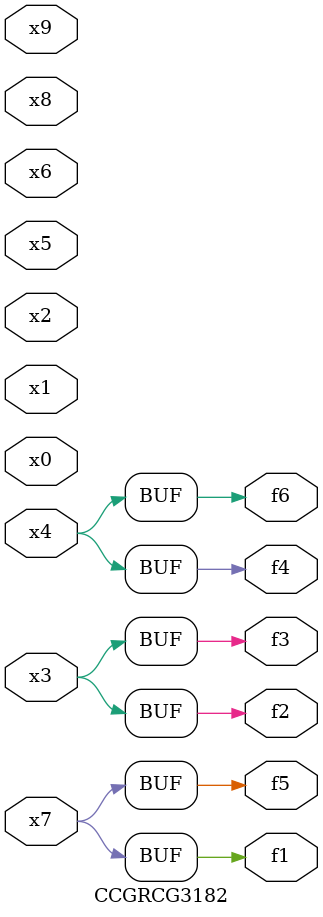
<source format=v>
module CCGRCG3182(
	input x0, x1, x2, x3, x4, x5, x6, x7, x8, x9,
	output f1, f2, f3, f4, f5, f6
);
	assign f1 = x7;
	assign f2 = x3;
	assign f3 = x3;
	assign f4 = x4;
	assign f5 = x7;
	assign f6 = x4;
endmodule

</source>
